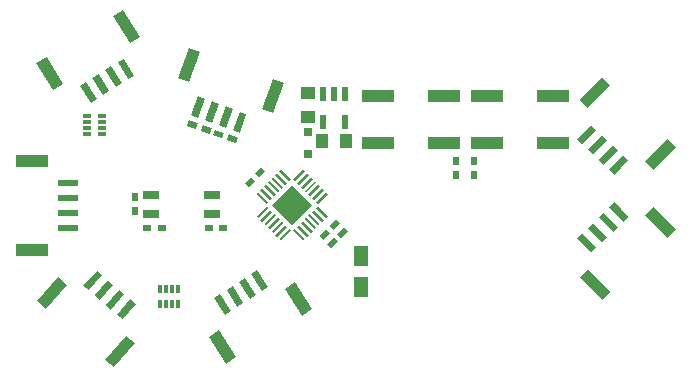
<source format=gbr>
G04 #@! TF.FileFunction,Paste,Bot*
%FSLAX46Y46*%
G04 Gerber Fmt 4.6, Leading zero omitted, Abs format (unit mm)*
G04 Created by KiCad (PCBNEW 4.0.2-4+6225~38~ubuntu14.04.1-stable) date Wed 22 Jun 2016 06:39:26 PM CDT*
%MOMM*%
G01*
G04 APERTURE LIST*
%ADD10C,0.100000*%
%ADD11R,1.200000X1.000000*%
%ADD12R,1.000000X1.200000*%
%ADD13R,0.500000X0.800000*%
%ADD14R,0.800000X0.500000*%
%ADD15R,1.700000X0.600000*%
%ADD16R,2.700000X1.000000*%
%ADD17R,1.400000X0.800000*%
%ADD18R,0.800000X0.300000*%
%ADD19R,0.300000X0.800000*%
%ADD20R,0.800000X0.800000*%
%ADD21R,0.600000X1.200000*%
%ADD22R,2.800000X1.000000*%
%ADD23R,1.250000X1.800000*%
G04 APERTURE END LIST*
D10*
D11*
X63500000Y-91000000D03*
X63500000Y-93000000D03*
D12*
X64750000Y-95000000D03*
X66750000Y-95000000D03*
D13*
X76100000Y-96700000D03*
X76100000Y-97900000D03*
D10*
G36*
X65920330Y-101666117D02*
X66273883Y-102019670D01*
X65708198Y-102585355D01*
X65354645Y-102231802D01*
X65920330Y-101666117D01*
X65920330Y-101666117D01*
G37*
G36*
X65071802Y-102514645D02*
X65425355Y-102868198D01*
X64859670Y-103433883D01*
X64506117Y-103080330D01*
X65071802Y-102514645D01*
X65071802Y-102514645D01*
G37*
G36*
X65509670Y-104083883D02*
X65156117Y-103730330D01*
X65721802Y-103164645D01*
X66075355Y-103518198D01*
X65509670Y-104083883D01*
X65509670Y-104083883D01*
G37*
G36*
X66358198Y-103235355D02*
X66004645Y-102881802D01*
X66570330Y-102316117D01*
X66923883Y-102669670D01*
X66358198Y-103235355D01*
X66358198Y-103235355D01*
G37*
G36*
X57565198Y-94757097D02*
X57394188Y-95226943D01*
X56642434Y-94953327D01*
X56813444Y-94483481D01*
X57565198Y-94757097D01*
X57565198Y-94757097D01*
G37*
G36*
X56437566Y-94346673D02*
X56266556Y-94816519D01*
X55514802Y-94542903D01*
X55685812Y-94073057D01*
X56437566Y-94346673D01*
X56437566Y-94346673D01*
G37*
G36*
X55365198Y-93957097D02*
X55194188Y-94426943D01*
X54442434Y-94153327D01*
X54613444Y-93683481D01*
X55365198Y-93957097D01*
X55365198Y-93957097D01*
G37*
G36*
X54237566Y-93546673D02*
X54066556Y-94016519D01*
X53314802Y-93742903D01*
X53485812Y-93273057D01*
X54237566Y-93546673D01*
X54237566Y-93546673D01*
G37*
D13*
X48850000Y-99750000D03*
X48850000Y-100950000D03*
D14*
X49940000Y-102400000D03*
X51140000Y-102400000D03*
X55140000Y-102400000D03*
X56340000Y-102400000D03*
D10*
G36*
X58509670Y-98983883D02*
X58156117Y-98630330D01*
X58721802Y-98064645D01*
X59075355Y-98418198D01*
X58509670Y-98983883D01*
X58509670Y-98983883D01*
G37*
G36*
X59358198Y-98135355D02*
X59004645Y-97781802D01*
X59570330Y-97216117D01*
X59923883Y-97569670D01*
X59358198Y-98135355D01*
X59358198Y-98135355D01*
G37*
D13*
X77600000Y-96700000D03*
X77600000Y-97900000D03*
D10*
G36*
X47243340Y-90487415D02*
X46344995Y-89044164D01*
X46854378Y-88727101D01*
X47752723Y-90170352D01*
X47243340Y-90487415D01*
X47243340Y-90487415D01*
G37*
G36*
X48304555Y-89826867D02*
X47406210Y-88383616D01*
X47915593Y-88066553D01*
X48813938Y-89509804D01*
X48304555Y-89826867D01*
X48304555Y-89826867D01*
G37*
G36*
X46182126Y-91147963D02*
X45283781Y-89704712D01*
X45793164Y-89387649D01*
X46691509Y-90830900D01*
X46182126Y-91147963D01*
X46182126Y-91147963D01*
G37*
G36*
X45120911Y-91808511D02*
X44222566Y-90365260D01*
X44731949Y-90048197D01*
X45630294Y-91491448D01*
X45120911Y-91808511D01*
X45120911Y-91808511D01*
G37*
G36*
X48421513Y-86750434D02*
X46994729Y-84458210D01*
X47843701Y-83929772D01*
X49270485Y-86221996D01*
X48421513Y-86750434D01*
X48421513Y-86750434D01*
G37*
G36*
X41969329Y-90766565D02*
X40542545Y-88474341D01*
X41391517Y-87945903D01*
X42818301Y-90238127D01*
X41969329Y-90766565D01*
X41969329Y-90766565D01*
G37*
G36*
X55993835Y-93715158D02*
X56575269Y-92117680D01*
X57139085Y-92322892D01*
X56557651Y-93920370D01*
X55993835Y-93715158D01*
X55993835Y-93715158D01*
G37*
G36*
X57168450Y-94142683D02*
X57749884Y-92545205D01*
X58313700Y-92750417D01*
X57732266Y-94347895D01*
X57168450Y-94142683D01*
X57168450Y-94142683D01*
G37*
G36*
X54819219Y-93287633D02*
X55400653Y-91690155D01*
X55964469Y-91895367D01*
X55383035Y-93492845D01*
X54819219Y-93287633D01*
X54819219Y-93287633D01*
G37*
G36*
X53644603Y-92860108D02*
X54226037Y-91262630D01*
X54789853Y-91467842D01*
X54208419Y-93065320D01*
X53644603Y-92860108D01*
X53644603Y-92860108D01*
G37*
G36*
X59661571Y-92336451D02*
X60585026Y-89799281D01*
X61524719Y-90141301D01*
X60601264Y-92678471D01*
X59661571Y-92336451D01*
X59661571Y-92336451D01*
G37*
G36*
X52519907Y-89737098D02*
X53443362Y-87199928D01*
X54383055Y-87541948D01*
X53459600Y-90079118D01*
X52519907Y-89737098D01*
X52519907Y-89737098D01*
G37*
D15*
X43250000Y-99875000D03*
X43250000Y-98625000D03*
X43250000Y-101125000D03*
X43250000Y-102375000D03*
D16*
X40200000Y-96700000D03*
X40200000Y-104300000D03*
D10*
G36*
X47030661Y-107217610D02*
X45926599Y-108510300D01*
X45470355Y-108120632D01*
X46574417Y-106827942D01*
X47030661Y-107217610D01*
X47030661Y-107217610D01*
G37*
G36*
X46080153Y-106405800D02*
X44976091Y-107698490D01*
X44519847Y-107308822D01*
X45623909Y-106016132D01*
X46080153Y-106405800D01*
X46080153Y-106405800D01*
G37*
G36*
X47981168Y-108029420D02*
X46877106Y-109322110D01*
X46420862Y-108932442D01*
X47524924Y-107639752D01*
X47981168Y-108029420D01*
X47981168Y-108029420D01*
G37*
G36*
X48931676Y-108841230D02*
X47827614Y-110133920D01*
X47371370Y-109744252D01*
X48475432Y-108451562D01*
X48931676Y-108841230D01*
X48931676Y-108841230D01*
G37*
G36*
X43112360Y-107224537D02*
X41358850Y-109277633D01*
X40598444Y-108628185D01*
X42351954Y-106575089D01*
X43112360Y-107224537D01*
X43112360Y-107224537D01*
G37*
G36*
X48891445Y-112160342D02*
X47137935Y-114213438D01*
X46377529Y-113563990D01*
X48131039Y-111510894D01*
X48891445Y-112160342D01*
X48891445Y-112160342D01*
G37*
G36*
X57138645Y-107326564D02*
X58047044Y-108763509D01*
X57539887Y-109084120D01*
X56631488Y-107647175D01*
X57138645Y-107326564D01*
X57138645Y-107326564D01*
G37*
G36*
X56082067Y-107994504D02*
X56990466Y-109431449D01*
X56483309Y-109752060D01*
X55574910Y-108315115D01*
X56082067Y-107994504D01*
X56082067Y-107994504D01*
G37*
G36*
X58195222Y-106658623D02*
X59103621Y-108095568D01*
X58596464Y-108416179D01*
X57688065Y-106979234D01*
X58195222Y-106658623D01*
X58195222Y-106658623D01*
G37*
G36*
X59251799Y-105990683D02*
X60160198Y-107427628D01*
X59653041Y-107748239D01*
X58744642Y-106311294D01*
X59251799Y-105990683D01*
X59251799Y-105990683D01*
G37*
G36*
X55986589Y-111071679D02*
X57429341Y-113353886D01*
X56584079Y-113888239D01*
X55141327Y-111606032D01*
X55986589Y-111071679D01*
X55986589Y-111071679D01*
G37*
G36*
X62410579Y-107010601D02*
X63853331Y-109292808D01*
X63008069Y-109827161D01*
X61565317Y-107544954D01*
X62410579Y-107010601D01*
X62410579Y-107010601D01*
G37*
G36*
X88148594Y-96631182D02*
X89318797Y-95398045D01*
X89754022Y-95811058D01*
X88583819Y-97044195D01*
X88148594Y-96631182D01*
X88148594Y-96631182D01*
G37*
G36*
X89055312Y-97491625D02*
X90225515Y-96258488D01*
X90660740Y-96671501D01*
X89490537Y-97904638D01*
X89055312Y-97491625D01*
X89055312Y-97491625D01*
G37*
G36*
X87241876Y-95770739D02*
X88412079Y-94537602D01*
X88847304Y-94950615D01*
X87677101Y-96183752D01*
X87241876Y-95770739D01*
X87241876Y-95770739D01*
G37*
G36*
X86335158Y-94910296D02*
X87505361Y-93677159D01*
X87940586Y-94090172D01*
X86770383Y-95323309D01*
X86335158Y-94910296D01*
X86335158Y-94910296D01*
G37*
G36*
X92061887Y-96829332D02*
X93920444Y-94870821D01*
X94645819Y-95559176D01*
X92787262Y-97517687D01*
X92061887Y-96829332D01*
X92061887Y-96829332D01*
G37*
G36*
X86549042Y-91597837D02*
X88407599Y-89639326D01*
X89132974Y-90327681D01*
X87274417Y-92286192D01*
X86549042Y-91597837D01*
X86549042Y-91597837D01*
G37*
G36*
X87677101Y-101966248D02*
X88847304Y-103199385D01*
X88412079Y-103612398D01*
X87241876Y-102379261D01*
X87677101Y-101966248D01*
X87677101Y-101966248D01*
G37*
G36*
X86770383Y-102826691D02*
X87940586Y-104059828D01*
X87505361Y-104472841D01*
X86335158Y-103239704D01*
X86770383Y-102826691D01*
X86770383Y-102826691D01*
G37*
G36*
X88583819Y-101105805D02*
X89754022Y-102338942D01*
X89318797Y-102751955D01*
X88148594Y-101518818D01*
X88583819Y-101105805D01*
X88583819Y-101105805D01*
G37*
G36*
X89490537Y-100245362D02*
X90660740Y-101478499D01*
X90225515Y-101891512D01*
X89055312Y-100658375D01*
X89490537Y-100245362D01*
X89490537Y-100245362D01*
G37*
G36*
X87274417Y-105863808D02*
X89132974Y-107822319D01*
X88407599Y-108510674D01*
X86549042Y-106552163D01*
X87274417Y-105863808D01*
X87274417Y-105863808D01*
G37*
G36*
X92787262Y-100632313D02*
X94645819Y-102590824D01*
X93920444Y-103279179D01*
X92061887Y-101320668D01*
X92787262Y-100632313D01*
X92787262Y-100632313D01*
G37*
G36*
X62190000Y-102147056D02*
X60492944Y-100450000D01*
X62190000Y-98752944D01*
X63887056Y-100450000D01*
X62190000Y-102147056D01*
X62190000Y-102147056D01*
G37*
G36*
X63399153Y-99396411D02*
X63243589Y-99240847D01*
X64092117Y-98392319D01*
X64247681Y-98547883D01*
X63399153Y-99396411D01*
X63399153Y-99396411D01*
G37*
G36*
X63717351Y-99714609D02*
X63561787Y-99559045D01*
X64410315Y-98710517D01*
X64565879Y-98866081D01*
X63717351Y-99714609D01*
X63717351Y-99714609D01*
G37*
G36*
X64035549Y-100032807D02*
X63879985Y-99877243D01*
X64728513Y-99028715D01*
X64884077Y-99184279D01*
X64035549Y-100032807D01*
X64035549Y-100032807D01*
G37*
G36*
X64353747Y-100351005D02*
X64198183Y-100195441D01*
X65046711Y-99346913D01*
X65202275Y-99502477D01*
X64353747Y-100351005D01*
X64353747Y-100351005D01*
G37*
G36*
X63080955Y-99078213D02*
X62925391Y-98922649D01*
X63773919Y-98074121D01*
X63929483Y-98229685D01*
X63080955Y-99078213D01*
X63080955Y-99078213D01*
G37*
G36*
X62762757Y-98760015D02*
X62607193Y-98604451D01*
X63455721Y-97755923D01*
X63611285Y-97911487D01*
X62762757Y-98760015D01*
X62762757Y-98760015D01*
G37*
G36*
X62444559Y-98441817D02*
X62288995Y-98286253D01*
X63137523Y-97437725D01*
X63293087Y-97593289D01*
X62444559Y-98441817D01*
X62444559Y-98441817D01*
G37*
G36*
X61935441Y-98441817D02*
X61086913Y-97593289D01*
X61242477Y-97437725D01*
X62091005Y-98286253D01*
X61935441Y-98441817D01*
X61935441Y-98441817D01*
G37*
G36*
X61617243Y-98760015D02*
X60768715Y-97911487D01*
X60924279Y-97755923D01*
X61772807Y-98604451D01*
X61617243Y-98760015D01*
X61617243Y-98760015D01*
G37*
G36*
X61299045Y-99078213D02*
X60450517Y-98229685D01*
X60606081Y-98074121D01*
X61454609Y-98922649D01*
X61299045Y-99078213D01*
X61299045Y-99078213D01*
G37*
G36*
X60980847Y-99396411D02*
X60132319Y-98547883D01*
X60287883Y-98392319D01*
X61136411Y-99240847D01*
X60980847Y-99396411D01*
X60980847Y-99396411D01*
G37*
G36*
X60662649Y-99714609D02*
X59814121Y-98866081D01*
X59969685Y-98710517D01*
X60818213Y-99559045D01*
X60662649Y-99714609D01*
X60662649Y-99714609D01*
G37*
G36*
X60344451Y-100032807D02*
X59495923Y-99184279D01*
X59651487Y-99028715D01*
X60500015Y-99877243D01*
X60344451Y-100032807D01*
X60344451Y-100032807D01*
G37*
G36*
X60026253Y-100351005D02*
X59177725Y-99502477D01*
X59333289Y-99346913D01*
X60181817Y-100195441D01*
X60026253Y-100351005D01*
X60026253Y-100351005D01*
G37*
G36*
X59333289Y-101553087D02*
X59177725Y-101397523D01*
X60026253Y-100548995D01*
X60181817Y-100704559D01*
X59333289Y-101553087D01*
X59333289Y-101553087D01*
G37*
G36*
X59651487Y-101871285D02*
X59495923Y-101715721D01*
X60344451Y-100867193D01*
X60500015Y-101022757D01*
X59651487Y-101871285D01*
X59651487Y-101871285D01*
G37*
G36*
X59969685Y-102189483D02*
X59814121Y-102033919D01*
X60662649Y-101185391D01*
X60818213Y-101340955D01*
X59969685Y-102189483D01*
X59969685Y-102189483D01*
G37*
G36*
X60287883Y-102507681D02*
X60132319Y-102352117D01*
X60980847Y-101503589D01*
X61136411Y-101659153D01*
X60287883Y-102507681D01*
X60287883Y-102507681D01*
G37*
G36*
X60606081Y-102825879D02*
X60450517Y-102670315D01*
X61299045Y-101821787D01*
X61454609Y-101977351D01*
X60606081Y-102825879D01*
X60606081Y-102825879D01*
G37*
G36*
X60924279Y-103144077D02*
X60768715Y-102988513D01*
X61617243Y-102139985D01*
X61772807Y-102295549D01*
X60924279Y-103144077D01*
X60924279Y-103144077D01*
G37*
G36*
X61242477Y-103462275D02*
X61086913Y-103306711D01*
X61935441Y-102458183D01*
X62091005Y-102613747D01*
X61242477Y-103462275D01*
X61242477Y-103462275D01*
G37*
G36*
X63137523Y-103462275D02*
X62288995Y-102613747D01*
X62444559Y-102458183D01*
X63293087Y-103306711D01*
X63137523Y-103462275D01*
X63137523Y-103462275D01*
G37*
G36*
X63455721Y-103144077D02*
X62607193Y-102295549D01*
X62762757Y-102139985D01*
X63611285Y-102988513D01*
X63455721Y-103144077D01*
X63455721Y-103144077D01*
G37*
G36*
X63773919Y-102825879D02*
X62925391Y-101977351D01*
X63080955Y-101821787D01*
X63929483Y-102670315D01*
X63773919Y-102825879D01*
X63773919Y-102825879D01*
G37*
G36*
X64092117Y-102507681D02*
X63243589Y-101659153D01*
X63399153Y-101503589D01*
X64247681Y-102352117D01*
X64092117Y-102507681D01*
X64092117Y-102507681D01*
G37*
G36*
X64410315Y-102189483D02*
X63561787Y-101340955D01*
X63717351Y-101185391D01*
X64565879Y-102033919D01*
X64410315Y-102189483D01*
X64410315Y-102189483D01*
G37*
G36*
X64728513Y-101871285D02*
X63879985Y-101022757D01*
X64035549Y-100867193D01*
X64884077Y-101715721D01*
X64728513Y-101871285D01*
X64728513Y-101871285D01*
G37*
G36*
X65046711Y-101553087D02*
X64198183Y-100704559D01*
X64353747Y-100548995D01*
X65202275Y-101397523D01*
X65046711Y-101553087D01*
X65046711Y-101553087D01*
G37*
D17*
X55440000Y-101250000D03*
X55440000Y-99650000D03*
X50240000Y-101250000D03*
X50240000Y-99650000D03*
D18*
X44790000Y-92950000D03*
X44790000Y-93450000D03*
X44790000Y-93950000D03*
X44790000Y-94450000D03*
X46090000Y-94450000D03*
X46090000Y-93950000D03*
X46090000Y-93450000D03*
X46090000Y-92950000D03*
D19*
X50990000Y-108850000D03*
X51490000Y-108850000D03*
X51990000Y-108850000D03*
X52490000Y-108850000D03*
X52490000Y-107550000D03*
X51990000Y-107550000D03*
X51490000Y-107550000D03*
X50990000Y-107550000D03*
D20*
X63500000Y-96150000D03*
X63500000Y-94250000D03*
D21*
X65750000Y-91100000D03*
X64800000Y-91100000D03*
X66700000Y-91100000D03*
X66700000Y-93400000D03*
X64800000Y-93400000D03*
D22*
X75050000Y-91250000D03*
X69450000Y-91250000D03*
X75050000Y-95250000D03*
X69450000Y-95250000D03*
X84300000Y-91250000D03*
X78700000Y-91250000D03*
X84300000Y-95250000D03*
X78700000Y-95250000D03*
D23*
X67990000Y-104800000D03*
X67990000Y-107400000D03*
M02*

</source>
